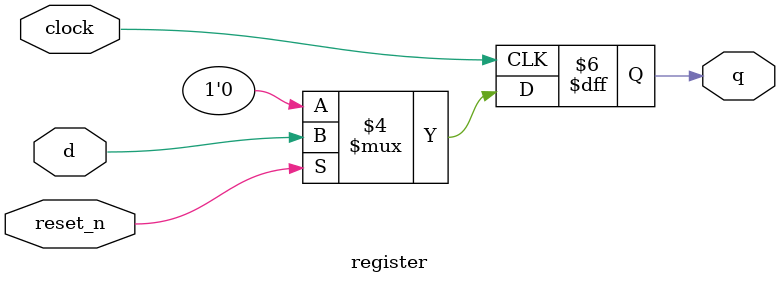
<source format=v>
module shifter(LEDR, SW, KEY);
	input[9:0] SW;
	input[3:0] KEY;
	output[9:0] LEDR;
	//output[6:0] HEX0, HEX1, HEX2, HEX3, HEX4, HEX5;
	//SW 7-0 are the loadvalue bits, starting from the most significant
	//SW 9 is the low reset
	//KEY[1] is the load_n
	//KEY[2] is the shift right input
	//KEY[3] is the ASR input;
	//KEY[0] is the clock;
	//Q[7:0] outputs go to the LEDR[7:0];
	//leftest_shifterbit(load_value, ASR, noASR, shift, load_n, clk, reset_n, out);
	//general_shifterbit(load_value, in, shift, load_n, clk, reset_n, out);
	
	wire dig7output;
	leftest_shifterbit dig7(
		.load_value(SW[7]),
		.ASR(KEY[3]),
		.noASR(1'b0),
		.shift(KEY[2]),
		.load_n(KEY[1]),
		.clk(KEY[0]),
		.reset_n(SW[9]),
		.out(dig7output)
	);
	assign LEDR[7] = dig7output;
	wire dig6output;
	general_shifterbit dig6(
		.load_value(SW[6]),
		.in(dig7output),
		.shift(KEY[2]),
		.load_n(KEY[1]),
		.clk(KEY[0]),
		.reset_n(SW[9]),
		.out(dig6output)
	);
	assign LEDR[6] = dig6output;
	wire dig5output;
	general_shifterbit dig5(
		.load_value(SW[5]),
		.in(dig6output),
		.shift(KEY[2]),
		.load_n(KEY[1]),
		.clk(KEY[0]),
		.reset_n(SW[9]),
		.out(dig5output)
	);
	assign LEDR[5] = dig5output;
	wire dig4output;
	general_shifterbit dig4(
		.load_value(SW[4]),
		.in(dig5output),
		.shift(KEY[2]),
		.load_n(KEY[1]),
		.clk(KEY[0]),
		.reset_n(SW[9]),
		.out(dig4output)
	);
	assign LEDR[4] = dig4output;
	wire dig3output;
	general_shifterbit dig3(
		.load_value(SW[3]),
		.in(dig4output),
		.shift(KEY[2]),
		.load_n(KEY[1]),
		.clk(KEY[0]),
		.reset_n(SW[9]),
		.out(dig3output)
	);
	assign LEDR[3] = dig3output;
	wire dig2output;
	general_shifterbit dig2(
		.load_value(SW[2]),
		.in(dig3output),
		.shift(KEY[2]),
		.load_n(KEY[1]),
		.clk(KEY[0]),
		.reset_n(SW[9]),
		.out(dig2output)
	);
	assign LEDR[2] = dig2output;
	wire dig1output;
	general_shifterbit dig1(
		.load_value(SW[1]),
		.in(dig2output),
		.shift(KEY[2]),
		.load_n(KEY[1]),
		.clk(KEY[0]),
		.reset_n(SW[9]),
		.out(dig1output)
	);
	assign LEDR[1] = dig1output;
	wire dig0output;
	general_shifterbit dig0(
		.load_value(SW[0]),
		.in(dig1output),
		.shift(KEY[2]),
		.load_n(KEY[1]),
		.clk(KEY[0]),
		.reset_n(SW[9]),
		.out(dig0output)
	);
	assign LEDR[0] = dig0output;
endmodule

module leftest_shifterbit(load_value, ASR, noASR, shift, load_n, clk, reset_n, out);
	input load_value, ASR, noASR, shift, load_n, clk, reset_n;
	output out;
	wire ASRresultwire;
	mux2to1 ASRmux(
		.x(noASR),
		.y(out),
		.s(ASR),
		.m(ASRresultwire)
	);
	wire shiftmuxoutput;
	mux2to1 shiftmux(
		.x(ASRresultwire),
		.y(out),//possibly undefined to start therefore red lines
		.s(shift),
		.m(shiftmuxoutput)
	);
	wire loadmuxoutput;
	mux2to1 loadmux(
		.x(shiftmuxoutput),
		.y(load_value),
		.s(load_n),
		.m(loadmuxoutput)
	);
	wire justbeforeoutput;
	register flipflop(
		.clock(clk),
		.reset_n(reset_n),
		.d(loadmuxoutput),
		.q(out)
	);
	//assign out = justbeforeoutput;
	
	
endmodule

module general_shifterbit(load_value, in, shift, load_n, clk, reset_n, out);
	//Load value in here is a single bit, that corresponds with which shifterbit is
	//calling it
	input load_value, in, shift, load_n, clk, reset_n;
	output out;
	wire shiftmuxoutput;
	mux2to1 shiftmux(
		.x(out),
		.y(in),//possibly undefined to start therefore red lines
		.s(shift),
		.m(shiftmuxoutput)
	);
	wire loadmuxoutput;
	mux2to1 loadmux(
		.x(load_value),
		.y(shiftmuxoutput),
		.s(load_n),
		.m(loadmuxoutput)
	);
	wire justbeforeoutput;
	register flipflop(
		.clock(clk),
		.reset_n(reset_n),
		.d(loadmuxoutput),
		.q(out)
	);
	//assign out = justbeforeoutput;
	
	
endmodule

module mux2to1(x, y, s, m);
	input x, y, s;
	output m;
	assign m = s & y | -s & x;
endmodule

module register(clock, reset_n, d, q);
	input clock, reset_n;
	input  d;
	output reg q;
	//reg[7:0] q; 
	always @(posedge clock)
	begin
		if (reset_n == 1'b0)
			q <= 0;
		else
			q <= d;
	end
endmodule
	
	
</source>
